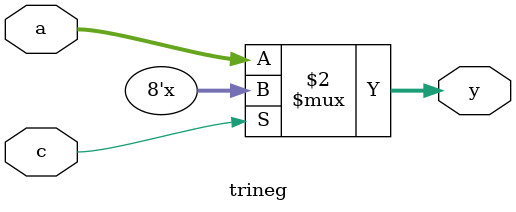
<source format=v>
`timescale 1ns/1ns

module trineg(a, c, y);
	input  [7:0] a;
	input        c;
	output [7:0] y;
	
	assign y = (c == 1'b0) ? a : 8'bzzzzzzzz;
	
endmodule

</source>
